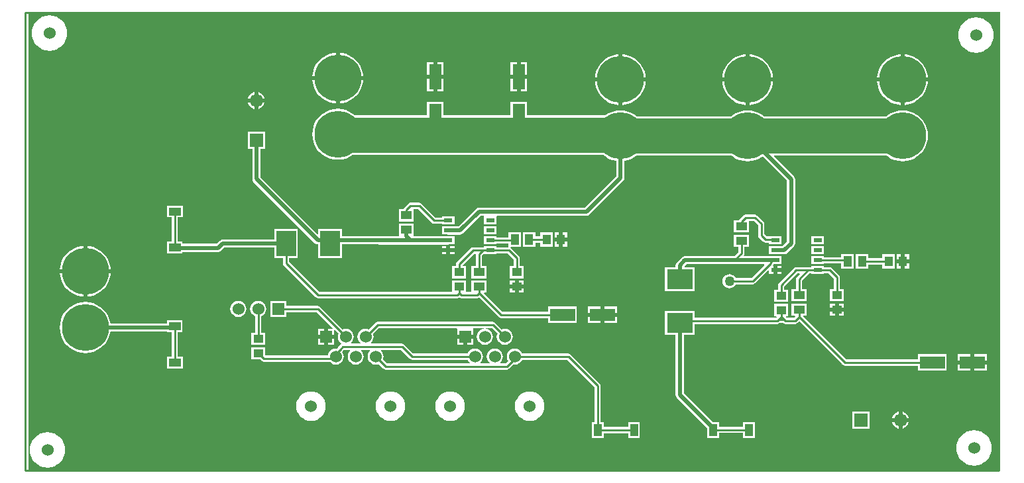
<source format=gtl>
G04*
G04 #@! TF.GenerationSoftware,Altium Limited,Altium Designer,19.1.8 (144)*
G04*
G04 Layer_Physical_Order=1*
G04 Layer_Color=255*
%FSLAX25Y25*%
%MOIN*%
G70*
G01*
G75*
%ADD10C,0.01000*%
%ADD14R,0.12598X0.06299*%
%ADD15R,0.06299X0.12598*%
%ADD16R,0.04331X0.01968*%
%ADD17R,0.05118X0.04134*%
%ADD18R,0.09843X0.12795*%
%ADD19R,0.12795X0.09843*%
%ADD20R,0.05512X0.04134*%
%ADD21R,0.04134X0.05118*%
%ADD22R,0.04134X0.05512*%
%ADD41C,0.02000*%
%ADD42C,0.01968*%
%ADD43C,0.17717*%
%ADD44R,0.03937X0.05906*%
%ADD45R,0.05906X0.03937*%
%ADD46C,0.23622*%
%ADD47C,0.06000*%
%ADD48R,0.06000X0.06000*%
%ADD49C,0.06693*%
%ADD50R,0.06693X0.06693*%
%ADD51R,0.06693X0.06693*%
%ADD52C,0.05000*%
G36*
X491000Y1000D02*
X2500D01*
Y231500D01*
X491000D01*
Y1000D01*
D02*
G37*
%LPC*%
G36*
X13000Y229917D02*
X11260Y229746D01*
X9588Y229238D01*
X8046Y228414D01*
X6695Y227305D01*
X5586Y225954D01*
X4762Y224412D01*
X4254Y222740D01*
X4083Y221000D01*
X4254Y219260D01*
X4762Y217588D01*
X5586Y216046D01*
X6695Y214695D01*
X8046Y213586D01*
X9588Y212762D01*
X11260Y212254D01*
X13000Y212083D01*
X14740Y212254D01*
X16412Y212762D01*
X17954Y213586D01*
X19305Y214695D01*
X20414Y216046D01*
X21238Y217588D01*
X21746Y219260D01*
X21917Y221000D01*
X21746Y222740D01*
X21238Y224412D01*
X20414Y225954D01*
X19305Y227305D01*
X17954Y228414D01*
X16412Y229238D01*
X14740Y229746D01*
X13000Y229917D01*
D02*
G37*
G36*
X479000Y228917D02*
X477260Y228746D01*
X475588Y228238D01*
X474046Y227414D01*
X472695Y226305D01*
X471586Y224954D01*
X470762Y223412D01*
X470254Y221740D01*
X470083Y220000D01*
X470254Y218260D01*
X470762Y216588D01*
X471586Y215046D01*
X472695Y213695D01*
X474046Y212586D01*
X475588Y211762D01*
X477260Y211254D01*
X479000Y211083D01*
X480740Y211254D01*
X482412Y211762D01*
X483954Y212586D01*
X485305Y213695D01*
X486414Y215046D01*
X487238Y216588D01*
X487746Y218260D01*
X487917Y220000D01*
X487746Y221740D01*
X487238Y223412D01*
X486414Y224954D01*
X485305Y226305D01*
X483954Y227414D01*
X482412Y228238D01*
X480740Y228746D01*
X479000Y228917D01*
D02*
G37*
G36*
X253150Y206378D02*
X250000D01*
Y200079D01*
X253150D01*
Y206378D01*
D02*
G37*
G36*
X248000D02*
X244850D01*
Y200079D01*
X248000D01*
Y206378D01*
D02*
G37*
G36*
X211150Y206299D02*
X208000D01*
Y200000D01*
X211150D01*
Y206299D01*
D02*
G37*
G36*
X206000D02*
X202850D01*
Y200000D01*
X206000D01*
Y206299D01*
D02*
G37*
G36*
X159000Y211118D02*
Y199346D01*
X170772D01*
X170692Y200357D01*
X170222Y202318D01*
X169450Y204181D01*
X168396Y205900D01*
X167087Y207433D01*
X165553Y208743D01*
X163834Y209797D01*
X161971Y210568D01*
X160010Y211039D01*
X159000Y211118D01*
D02*
G37*
G36*
X157000D02*
X155990Y211039D01*
X154029Y210568D01*
X152166Y209797D01*
X150447Y208743D01*
X148913Y207433D01*
X147604Y205900D01*
X146550Y204181D01*
X145778Y202318D01*
X145308Y200357D01*
X145228Y199346D01*
X157000D01*
Y211118D01*
D02*
G37*
G36*
X365112Y210347D02*
Y198575D01*
X376884D01*
X376805Y199585D01*
X376334Y201546D01*
X375562Y203409D01*
X374509Y205128D01*
X373199Y206661D01*
X371666Y207971D01*
X369946Y209025D01*
X368083Y209796D01*
X366123Y210267D01*
X365112Y210347D01*
D02*
G37*
G36*
X301112D02*
Y198575D01*
X312884D01*
X312805Y199585D01*
X312334Y201546D01*
X311562Y203409D01*
X310509Y205128D01*
X309199Y206661D01*
X307666Y207971D01*
X305946Y209025D01*
X304083Y209796D01*
X302123Y210267D01*
X301112Y210347D01*
D02*
G37*
G36*
X443000D02*
Y198575D01*
X454772D01*
X454692Y199585D01*
X454222Y201546D01*
X453450Y203409D01*
X452396Y205128D01*
X451087Y206661D01*
X449553Y207971D01*
X447834Y209025D01*
X445971Y209796D01*
X444010Y210267D01*
X443000Y210347D01*
D02*
G37*
G36*
X441000D02*
X439990Y210267D01*
X438029Y209796D01*
X436166Y209025D01*
X434447Y207971D01*
X432913Y206661D01*
X431604Y205128D01*
X430550Y203409D01*
X429778Y201546D01*
X429308Y199585D01*
X429228Y198575D01*
X441000D01*
Y210347D01*
D02*
G37*
G36*
X363112D02*
X362102Y210267D01*
X360141Y209796D01*
X358278Y209025D01*
X356559Y207971D01*
X355026Y206661D01*
X353716Y205128D01*
X352662Y203409D01*
X351891Y201546D01*
X351420Y199585D01*
X351341Y198575D01*
X363112D01*
Y210347D01*
D02*
G37*
G36*
X299112D02*
X298102Y210267D01*
X296141Y209796D01*
X294278Y209025D01*
X292559Y207971D01*
X291026Y206661D01*
X289716Y205128D01*
X288662Y203409D01*
X287891Y201546D01*
X287420Y199585D01*
X287340Y198575D01*
X299112D01*
Y210347D01*
D02*
G37*
G36*
X253150Y198079D02*
X250000D01*
Y191779D01*
X253150D01*
Y198079D01*
D02*
G37*
G36*
X248000D02*
X244850D01*
Y191779D01*
X248000D01*
Y198079D01*
D02*
G37*
G36*
X211150Y198000D02*
X208000D01*
Y191701D01*
X211150D01*
Y198000D01*
D02*
G37*
G36*
X206000D02*
X202850D01*
Y191701D01*
X206000D01*
Y198000D01*
D02*
G37*
G36*
X118000Y191252D02*
Y188000D01*
X121252D01*
X121235Y188135D01*
X120797Y189192D01*
X120100Y190100D01*
X119192Y190797D01*
X118135Y191235D01*
X118000Y191252D01*
D02*
G37*
G36*
X116000D02*
X115865Y191235D01*
X114808Y190797D01*
X113900Y190100D01*
X113203Y189192D01*
X112765Y188135D01*
X112748Y188000D01*
X116000D01*
Y191252D01*
D02*
G37*
G36*
X170772Y197346D02*
X159000D01*
Y185574D01*
X160010Y185654D01*
X161971Y186125D01*
X163834Y186897D01*
X165553Y187950D01*
X167087Y189260D01*
X168396Y190793D01*
X169450Y192512D01*
X170222Y194375D01*
X170692Y196336D01*
X170772Y197346D01*
D02*
G37*
G36*
X157000D02*
X145228D01*
X145308Y196336D01*
X145778Y194375D01*
X146550Y192512D01*
X147604Y190793D01*
X148913Y189260D01*
X150447Y187950D01*
X152166Y186897D01*
X154029Y186125D01*
X155990Y185654D01*
X157000Y185574D01*
Y197346D01*
D02*
G37*
G36*
X376884Y196575D02*
X365112D01*
Y184803D01*
X366123Y184882D01*
X368083Y185353D01*
X369946Y186125D01*
X371666Y187178D01*
X373199Y188488D01*
X374509Y190021D01*
X375562Y191741D01*
X376334Y193604D01*
X376805Y195564D01*
X376884Y196575D01*
D02*
G37*
G36*
X312884D02*
X301112D01*
Y184803D01*
X302123Y184882D01*
X304083Y185353D01*
X305946Y186125D01*
X307666Y187178D01*
X309199Y188488D01*
X310509Y190021D01*
X311562Y191741D01*
X312334Y193604D01*
X312805Y195564D01*
X312884Y196575D01*
D02*
G37*
G36*
X454772D02*
X443000D01*
Y184803D01*
X444010Y184882D01*
X445971Y185353D01*
X447834Y186125D01*
X449553Y187178D01*
X451087Y188488D01*
X452396Y190021D01*
X453450Y191741D01*
X454222Y193604D01*
X454692Y195564D01*
X454772Y196575D01*
D02*
G37*
G36*
X441000D02*
X429228D01*
X429308Y195564D01*
X429778Y193604D01*
X430550Y191741D01*
X431604Y190021D01*
X432913Y188488D01*
X434447Y187178D01*
X436166Y186125D01*
X438029Y185353D01*
X439990Y184882D01*
X441000Y184803D01*
Y196575D01*
D02*
G37*
G36*
X363112D02*
X351341D01*
X351420Y195564D01*
X351891Y193604D01*
X352662Y191741D01*
X353716Y190021D01*
X355026Y188488D01*
X356559Y187178D01*
X358278Y186125D01*
X360141Y185353D01*
X362102Y184882D01*
X363112Y184803D01*
Y196575D01*
D02*
G37*
G36*
X299112D02*
X287340D01*
X287420Y195564D01*
X287891Y193604D01*
X288662Y191741D01*
X289716Y190021D01*
X291026Y188488D01*
X292559Y187178D01*
X294278Y186125D01*
X296141Y185353D01*
X298102Y184882D01*
X299112Y184803D01*
Y196575D01*
D02*
G37*
G36*
X121252Y186000D02*
X118000D01*
Y182748D01*
X118135Y182765D01*
X119192Y183203D01*
X120100Y183900D01*
X120797Y184808D01*
X121235Y185865D01*
X121252Y186000D01*
D02*
G37*
G36*
X116000D02*
X112748D01*
X112765Y185865D01*
X113203Y184808D01*
X113900Y183900D01*
X114808Y183203D01*
X115865Y182765D01*
X116000Y182748D01*
Y186000D01*
D02*
G37*
G36*
X253150Y186299D02*
X244850D01*
Y179520D01*
X211150D01*
Y186221D01*
X202850D01*
Y179520D01*
X166579D01*
X165553Y180396D01*
X163834Y181450D01*
X161971Y182222D01*
X160010Y182692D01*
X158000Y182851D01*
X155990Y182692D01*
X154029Y182222D01*
X152166Y181450D01*
X150447Y180396D01*
X148913Y179087D01*
X147604Y177553D01*
X146550Y175834D01*
X145778Y173971D01*
X145308Y172010D01*
X145149Y170000D01*
X145308Y167990D01*
X145778Y166029D01*
X146550Y164166D01*
X147604Y162447D01*
X148913Y160913D01*
X150447Y159604D01*
X152166Y158550D01*
X154029Y157778D01*
X155990Y157308D01*
X158000Y157149D01*
X160010Y157308D01*
X161971Y157778D01*
X163834Y158550D01*
X165553Y159604D01*
X165676Y159708D01*
X291533D01*
X292559Y158832D01*
X294278Y157778D01*
X296141Y157007D01*
X298089Y156539D01*
Y148950D01*
X282178Y133039D01*
X229000D01*
X228220Y132884D01*
X227558Y132442D01*
X218655Y123539D01*
X213500D01*
X213224Y123484D01*
X210335D01*
Y119516D01*
X213224D01*
X213500Y119461D01*
X219500D01*
X220280Y119616D01*
X220942Y120058D01*
X229845Y128961D01*
X231538D01*
X231594Y128484D01*
X231594Y128461D01*
Y124516D01*
X237925D01*
Y128461D01*
X237925Y128484D01*
X237982Y128961D01*
X283000D01*
X283780Y129116D01*
X284442Y129558D01*
X284488Y129627D01*
X301543Y146682D01*
X301981Y147338D01*
X302135Y148112D01*
Y156539D01*
X304083Y157007D01*
X305946Y157778D01*
X307666Y158832D01*
X308240Y159322D01*
X355985D01*
X356559Y158832D01*
X358278Y157778D01*
X360141Y157007D01*
X362102Y156536D01*
X364112Y156377D01*
X366123Y156536D01*
X368083Y157007D01*
X369946Y157778D01*
X371640Y158816D01*
X383961Y146496D01*
Y115845D01*
X381683Y113567D01*
X378102D01*
X377826Y113512D01*
X374937D01*
Y109543D01*
X377826D01*
X378102Y109488D01*
X382528D01*
X383308Y109644D01*
X383969Y110086D01*
X387442Y113558D01*
X387884Y114220D01*
X388039Y115000D01*
Y147341D01*
X387884Y148121D01*
X387442Y148782D01*
X377364Y158860D01*
X377555Y159322D01*
X433872D01*
X434447Y158832D01*
X436166Y157778D01*
X438029Y157007D01*
X439990Y156536D01*
X442000Y156377D01*
X444010Y156536D01*
X445971Y157007D01*
X447834Y157778D01*
X449553Y158832D01*
X451087Y160141D01*
X452396Y161675D01*
X453450Y163394D01*
X454222Y165257D01*
X454692Y167218D01*
X454851Y169228D01*
X454692Y171238D01*
X454222Y173199D01*
X453450Y175062D01*
X452396Y176781D01*
X451087Y178315D01*
X449553Y179624D01*
X447834Y180678D01*
X445971Y181450D01*
X444010Y181921D01*
X442000Y182079D01*
X439990Y181921D01*
X438029Y181450D01*
X436166Y180678D01*
X434447Y179624D01*
X433872Y179134D01*
X372240D01*
X371666Y179624D01*
X369946Y180678D01*
X368083Y181450D01*
X366123Y181921D01*
X364112Y182079D01*
X362102Y181921D01*
X360141Y181450D01*
X358278Y180678D01*
X356559Y179624D01*
X355985Y179134D01*
X308240D01*
X307666Y179624D01*
X305946Y180678D01*
X304083Y181450D01*
X302123Y181921D01*
X300112Y182079D01*
X298102Y181921D01*
X296141Y181450D01*
X294278Y180678D01*
X292559Y179624D01*
X292437Y179520D01*
X253150D01*
Y186299D01*
D02*
G37*
G36*
X199000Y135529D02*
X194500D01*
X193915Y135413D01*
X193419Y135081D01*
X191419Y133081D01*
X191087Y132585D01*
X191012Y132209D01*
X188744D01*
Y126075D01*
X196256D01*
Y132209D01*
X196647Y132471D01*
X198366D01*
X205419Y125419D01*
X205915Y125087D01*
X206500Y124971D01*
X210335D01*
Y124516D01*
X216665D01*
Y128484D01*
X210335D01*
Y128029D01*
X207134D01*
X200081Y135081D01*
X199585Y135413D01*
X199000Y135529D01*
D02*
G37*
G36*
X237925Y123484D02*
X231594D01*
Y119516D01*
X237925D01*
Y123484D01*
D02*
G37*
G36*
X250067Y120756D02*
X243933D01*
Y118029D01*
X237925D01*
Y118484D01*
X231594D01*
Y114516D01*
X237925D01*
Y114971D01*
X243933D01*
Y113529D01*
X243933Y113244D01*
X243522Y113029D01*
X237925D01*
Y113484D01*
X231594D01*
Y113029D01*
X226000D01*
X225415Y112913D01*
X224919Y112581D01*
X217919Y105581D01*
X217587Y105085D01*
X217471Y104500D01*
Y103567D01*
X215441D01*
Y97433D01*
X222559D01*
Y103567D01*
X220937D01*
X220730Y104067D01*
X226634Y109971D01*
X227170D01*
X227487Y109584D01*
X227471Y109500D01*
Y103567D01*
X225244D01*
Y97433D01*
X232756D01*
Y103567D01*
X230529D01*
Y108867D01*
X231300Y109638D01*
X231594Y109516D01*
Y109516D01*
X237925D01*
Y109971D01*
X243367D01*
X246471Y106867D01*
Y103567D01*
X244441D01*
Y97433D01*
X251559D01*
Y103567D01*
X249529D01*
Y107500D01*
X249413Y108085D01*
X249081Y108581D01*
X245081Y112581D01*
X244838Y112744D01*
X244990Y113244D01*
X250067D01*
Y120756D01*
D02*
G37*
G36*
X273350Y120559D02*
X271283D01*
Y118000D01*
X273350D01*
Y120559D01*
D02*
G37*
G36*
X269283D02*
X267216D01*
Y118000D01*
X269283D01*
Y120559D01*
D02*
G37*
G36*
X402528Y118512D02*
X396197D01*
Y114543D01*
X402528D01*
Y118512D01*
D02*
G37*
G36*
X367837Y129529D02*
X363000D01*
X362415Y129413D01*
X361919Y129081D01*
X359919Y127081D01*
X359669Y126709D01*
X357244D01*
Y120575D01*
X364756D01*
Y126471D01*
X367204D01*
X369471Y124204D01*
Y119000D01*
X369587Y118415D01*
X369919Y117919D01*
X371919Y115919D01*
X372415Y115587D01*
X373000Y115471D01*
X374937D01*
Y114543D01*
X381268D01*
Y118512D01*
X377766D01*
X377618Y118541D01*
X377559Y118529D01*
X373634D01*
X372529Y119633D01*
Y124837D01*
X372413Y125422D01*
X372081Y125919D01*
X368919Y129081D01*
X368422Y129413D01*
X367837Y129529D01*
D02*
G37*
G36*
X121346Y171346D02*
X112654D01*
Y162654D01*
X114977D01*
Y147551D01*
X115131Y146777D01*
X115569Y146121D01*
X146621Y115069D01*
X147277Y114631D01*
X148051Y114477D01*
X148126D01*
Y107602D01*
X159968D01*
Y114477D01*
X178419D01*
X178500Y114461D01*
X213500D01*
X213776Y114516D01*
X216665D01*
Y118484D01*
X213776D01*
X213500Y118539D01*
X196651D01*
X196256Y118791D01*
Y124925D01*
X188744D01*
Y118791D01*
X188348Y118539D01*
X178500D01*
X178419Y118523D01*
X159968D01*
Y122398D01*
X148126D01*
Y119940D01*
X147664Y119748D01*
X119023Y148389D01*
Y162654D01*
X121346D01*
Y171346D01*
D02*
G37*
G36*
X273350Y116000D02*
X271283D01*
Y113441D01*
X273350D01*
Y116000D01*
D02*
G37*
G36*
X269283D02*
X267216D01*
Y113441D01*
X269283D01*
Y116000D01*
D02*
G37*
G36*
X257350Y120756D02*
X251217D01*
Y113244D01*
X257350D01*
Y115471D01*
X259933D01*
Y113441D01*
X266067D01*
Y120559D01*
X259933D01*
Y118529D01*
X257350D01*
Y120756D01*
D02*
G37*
G36*
X216665Y113484D02*
X214500D01*
Y112500D01*
X216665D01*
Y113484D01*
D02*
G37*
G36*
X212500D02*
X210335D01*
Y112500D01*
X212500D01*
Y113484D01*
D02*
G37*
G36*
X402528Y113512D02*
X396197D01*
Y109543D01*
X402528D01*
Y113512D01*
D02*
G37*
G36*
X216665Y110500D02*
X214500D01*
Y109516D01*
X216665D01*
Y110500D01*
D02*
G37*
G36*
X212500D02*
X210335D01*
Y109516D01*
X212500D01*
Y110500D01*
D02*
G37*
G36*
X364756Y119425D02*
X357244D01*
Y113291D01*
X359471D01*
Y110634D01*
X357388Y108551D01*
X344553D01*
X344472Y108567D01*
X332528D01*
X331747Y108412D01*
X331086Y107969D01*
X328558Y105442D01*
X328116Y104780D01*
X327961Y104000D01*
Y102921D01*
X322602D01*
Y91079D01*
X337398D01*
Y102921D01*
X332512D01*
X332305Y103421D01*
X333372Y104488D01*
X344472D01*
X344553Y104504D01*
X357447D01*
X357528Y104488D01*
X372375D01*
X372566Y104026D01*
X366069Y97529D01*
X358155D01*
X358057Y97765D01*
X357496Y98496D01*
X356765Y99057D01*
X355914Y99410D01*
X355000Y99530D01*
X354086Y99410D01*
X353235Y99057D01*
X352504Y98496D01*
X351943Y97765D01*
X351590Y96914D01*
X351470Y96000D01*
X351590Y95086D01*
X351943Y94235D01*
X352504Y93504D01*
X353235Y92943D01*
X354086Y92590D01*
X355000Y92470D01*
X355914Y92590D01*
X356765Y92943D01*
X357496Y93504D01*
X358057Y94235D01*
X358155Y94471D01*
X366702D01*
X367288Y94587D01*
X367784Y94919D01*
X374475Y101610D01*
X374937Y101418D01*
Y99543D01*
X377102D01*
Y101528D01*
Y103512D01*
X377014D01*
X376942Y103684D01*
X376861Y104012D01*
X377159Y104458D01*
X377175Y104539D01*
X377197Y104543D01*
X381268D01*
Y108512D01*
X377197D01*
X376921Y108567D01*
X362386D01*
X362180Y109067D01*
X362413Y109415D01*
X362529Y110000D01*
Y113291D01*
X364756D01*
Y119425D01*
D02*
G37*
G36*
X417425Y109756D02*
X411291D01*
Y108057D01*
X402528D01*
Y108512D01*
X396197D01*
Y104543D01*
X402528D01*
Y104998D01*
X411291D01*
Y102244D01*
X417425D01*
Y109756D01*
D02*
G37*
G36*
X445350Y109559D02*
X443283D01*
Y107000D01*
X445350D01*
Y109559D01*
D02*
G37*
G36*
X441283D02*
X439217D01*
Y107000D01*
X441283D01*
Y109559D01*
D02*
G37*
G36*
X381268Y103512D02*
X379102D01*
Y102528D01*
X381268D01*
Y103512D01*
D02*
G37*
G36*
X445350Y105000D02*
X443283D01*
Y102441D01*
X445350D01*
Y105000D01*
D02*
G37*
G36*
X441283D02*
X439217D01*
Y102441D01*
X441283D01*
Y105000D01*
D02*
G37*
G36*
X424709Y109756D02*
X418575D01*
Y102244D01*
X424709D01*
Y104471D01*
X431933D01*
Y102441D01*
X438067D01*
Y109559D01*
X431933D01*
Y107529D01*
X424709D01*
Y109756D01*
D02*
G37*
G36*
X32000Y113772D02*
Y102000D01*
X43772D01*
X43692Y103010D01*
X43222Y104971D01*
X42450Y106834D01*
X41396Y108553D01*
X40087Y110087D01*
X38553Y111396D01*
X36834Y112450D01*
X34971Y113222D01*
X33010Y113692D01*
X32000Y113772D01*
D02*
G37*
G36*
X30000D02*
X28990Y113692D01*
X27029Y113222D01*
X25166Y112450D01*
X23447Y111396D01*
X21913Y110087D01*
X20604Y108553D01*
X19550Y106834D01*
X18778Y104971D01*
X18308Y103010D01*
X18228Y102000D01*
X30000D01*
Y113772D01*
D02*
G37*
G36*
X381268Y100528D02*
X379102D01*
Y99543D01*
X381268D01*
Y100528D01*
D02*
G37*
G36*
X251559Y96284D02*
X249000D01*
Y94217D01*
X251559D01*
Y96284D01*
D02*
G37*
G36*
X247000D02*
X244441D01*
Y94217D01*
X247000D01*
Y96284D01*
D02*
G37*
G36*
X251559Y92216D02*
X249000D01*
Y90150D01*
X251559D01*
Y92216D01*
D02*
G37*
G36*
X247000D02*
X244441D01*
Y90150D01*
X247000D01*
Y92216D01*
D02*
G37*
G36*
X43772Y100000D02*
X32000D01*
Y88228D01*
X33010Y88308D01*
X34971Y88778D01*
X36834Y89550D01*
X38553Y90604D01*
X40087Y91913D01*
X41396Y93447D01*
X42450Y95166D01*
X43222Y97029D01*
X43692Y98990D01*
X43772Y100000D01*
D02*
G37*
G36*
X30000D02*
X18228D01*
X18308Y98990D01*
X18778Y97029D01*
X19550Y95166D01*
X20604Y93447D01*
X21913Y91913D01*
X23447Y90604D01*
X25166Y89550D01*
X27029Y88778D01*
X28990Y88308D01*
X30000Y88228D01*
Y100000D01*
D02*
G37*
G36*
X402528Y103512D02*
X396197D01*
Y103057D01*
X388528D01*
X387942Y102940D01*
X387446Y102609D01*
X379919Y95081D01*
X379587Y94585D01*
X379471Y94000D01*
Y91783D01*
X377441D01*
Y85650D01*
X384559D01*
Y91783D01*
X382529D01*
Y93366D01*
X389161Y99998D01*
X390182D01*
X390373Y99536D01*
X388919Y98081D01*
X388587Y97585D01*
X388471Y97000D01*
Y92067D01*
X386244D01*
Y85933D01*
X393756D01*
Y92067D01*
X391529D01*
Y96367D01*
X395161Y99998D01*
X396197D01*
Y99543D01*
X402528D01*
Y99998D01*
X404839D01*
X407471Y97366D01*
Y92067D01*
X405441D01*
Y85933D01*
X412559D01*
Y92067D01*
X410529D01*
Y98000D01*
X410413Y98585D01*
X410081Y99081D01*
X406554Y102609D01*
X406058Y102940D01*
X405472Y103057D01*
X402528D01*
Y103512D01*
D02*
G37*
G36*
X412559Y84784D02*
X410000D01*
Y82717D01*
X412559D01*
Y84784D01*
D02*
G37*
G36*
X408000D02*
X405441D01*
Y82717D01*
X408000D01*
Y84784D01*
D02*
G37*
G36*
X298378Y83150D02*
X292079D01*
Y80000D01*
X298378D01*
Y83150D01*
D02*
G37*
G36*
X290079D02*
X283780D01*
Y80000D01*
X290079D01*
Y83150D01*
D02*
G37*
G36*
X412559Y80717D02*
X410000D01*
Y78650D01*
X412559D01*
Y80717D01*
D02*
G37*
G36*
X408000D02*
X405441D01*
Y78650D01*
X408000D01*
Y80717D01*
D02*
G37*
G36*
X108000Y86035D02*
X106956Y85897D01*
X105983Y85494D01*
X105147Y84853D01*
X104506Y84017D01*
X104103Y83044D01*
X103965Y82000D01*
X104103Y80956D01*
X104506Y79983D01*
X105147Y79147D01*
X105983Y78506D01*
X106956Y78103D01*
X108000Y77965D01*
X109044Y78103D01*
X110017Y78506D01*
X110853Y79147D01*
X111494Y79983D01*
X111897Y80956D01*
X112034Y82000D01*
X111897Y83044D01*
X111494Y84017D01*
X110853Y84853D01*
X110017Y85494D01*
X109044Y85897D01*
X108000Y86035D01*
D02*
G37*
G36*
X393756Y84784D02*
X386244D01*
Y78650D01*
X387780D01*
X387987Y78150D01*
X387367Y77529D01*
X383633D01*
X383259Y77904D01*
X383450Y78366D01*
X384559D01*
Y84500D01*
X377441D01*
Y78366D01*
X378550D01*
X378741Y77904D01*
X378366Y77529D01*
X337398D01*
Y80874D01*
X322602D01*
Y69032D01*
X327961D01*
Y38760D01*
X328116Y37980D01*
X328558Y37318D01*
X343787Y22089D01*
Y17067D01*
X349724D01*
Y19490D01*
X361898D01*
Y17047D01*
X367835D01*
Y24953D01*
X361898D01*
Y22549D01*
X349724D01*
Y24972D01*
X346671D01*
X332039Y39604D01*
Y69032D01*
X337398D01*
Y74471D01*
X379000D01*
X379585Y74587D01*
X380081Y74919D01*
X380143Y74980D01*
X381857D01*
X381919Y74919D01*
X382415Y74587D01*
X383000Y74471D01*
X388000D01*
X388585Y74587D01*
X389081Y74919D01*
X390000Y75837D01*
X411919Y53919D01*
X412415Y53587D01*
X413000Y53471D01*
X449701D01*
Y50850D01*
X464299D01*
Y59150D01*
X449701D01*
Y56529D01*
X413633D01*
X392013Y78150D01*
X392220Y78650D01*
X393756D01*
Y84784D01*
D02*
G37*
G36*
X298378Y78000D02*
X292079D01*
Y74850D01*
X298378D01*
Y78000D01*
D02*
G37*
G36*
X290079D02*
X283780D01*
Y74850D01*
X290079D01*
Y78000D01*
D02*
G37*
G36*
X79972Y134079D02*
X72067D01*
Y128142D01*
X74471D01*
Y115969D01*
X72047D01*
Y110031D01*
X79953D01*
Y110754D01*
X97900D01*
X98680Y110909D01*
X99341Y111351D01*
X100951Y112961D01*
X126079D01*
Y107602D01*
X130471D01*
Y105000D01*
X130587Y104415D01*
X130919Y103919D01*
X146919Y87919D01*
X147415Y87587D01*
X148000Y87471D01*
X218000D01*
X218585Y87587D01*
X219000Y87864D01*
X219415Y87587D01*
X220000Y87471D01*
X228000D01*
X228585Y87587D01*
X228984Y87853D01*
X238919Y77919D01*
X239415Y77587D01*
X240000Y77471D01*
X263701D01*
Y74850D01*
X278299D01*
Y83150D01*
X263701D01*
Y80529D01*
X240634D01*
X231475Y89688D01*
X231667Y90150D01*
X232756D01*
Y96284D01*
X229940D01*
X229614Y96348D01*
X228925D01*
X228599Y96284D01*
X225244D01*
Y90529D01*
X222559D01*
Y96284D01*
X215441D01*
Y90529D01*
X148634D01*
X133529Y105633D01*
Y107602D01*
X137921D01*
Y122398D01*
X126079D01*
Y117039D01*
X100106D01*
X99326Y116884D01*
X98664Y116442D01*
X97055Y114832D01*
X79953D01*
Y115969D01*
X77529D01*
Y128142D01*
X79972D01*
Y134079D01*
D02*
G37*
G36*
X151000Y72000D02*
X148000D01*
Y69000D01*
X151000D01*
Y72000D01*
D02*
G37*
G36*
X226000Y67000D02*
X223000D01*
Y64000D01*
X226000D01*
Y67000D01*
D02*
G37*
G36*
X221000D02*
X218000D01*
Y64000D01*
X221000D01*
Y67000D01*
D02*
G37*
G36*
X156000D02*
X153000D01*
Y64000D01*
X156000D01*
Y67000D01*
D02*
G37*
G36*
X151000D02*
X148000D01*
Y64000D01*
X151000D01*
Y67000D01*
D02*
G37*
G36*
X132000Y86000D02*
X124000D01*
Y78000D01*
X132000D01*
Y80471D01*
X147366D01*
X155375Y72462D01*
X155184Y72000D01*
X153000D01*
Y69000D01*
X156000D01*
Y71184D01*
X156462Y71375D01*
X158305Y69532D01*
X158103Y69044D01*
X157966Y68000D01*
X158103Y66956D01*
X158506Y65983D01*
X159147Y65147D01*
X159637Y64771D01*
X159617Y64157D01*
X159504Y64081D01*
X158290Y62867D01*
X158166Y62682D01*
X157458Y61974D01*
X157000Y62034D01*
X155956Y61897D01*
X154983Y61494D01*
X154147Y60853D01*
X153506Y60017D01*
X153103Y59044D01*
X153035Y58529D01*
X121559D01*
Y62783D01*
X114441D01*
Y56650D01*
X118904D01*
X119635Y55919D01*
X120131Y55587D01*
X120717Y55471D01*
X153899D01*
X154147Y55147D01*
X154983Y54506D01*
X155956Y54103D01*
X157000Y53966D01*
X158044Y54103D01*
X159017Y54506D01*
X159853Y55147D01*
X160494Y55983D01*
X160897Y56956D01*
X161035Y58000D01*
X160897Y59044D01*
X160494Y60017D01*
X160205Y60395D01*
X160452Y60642D01*
X160576Y60827D01*
X161219Y61471D01*
X164174D01*
X164335Y60997D01*
X164147Y60853D01*
X163506Y60017D01*
X163103Y59044D01*
X162966Y58000D01*
X163103Y56956D01*
X163506Y55983D01*
X164147Y55147D01*
X164983Y54506D01*
X165956Y54103D01*
X167000Y53966D01*
X168044Y54103D01*
X169017Y54506D01*
X169853Y55147D01*
X170494Y55983D01*
X170897Y56956D01*
X171035Y58000D01*
X170897Y59044D01*
X170494Y60017D01*
X169853Y60853D01*
X169665Y60997D01*
X169825Y61471D01*
X174174D01*
X174335Y60997D01*
X174147Y60853D01*
X173506Y60017D01*
X173103Y59044D01*
X172966Y58000D01*
X173103Y56956D01*
X173506Y55983D01*
X174147Y55147D01*
X174983Y54506D01*
X175956Y54103D01*
X177000Y53966D01*
X178044Y54103D01*
X178532Y54305D01*
X180919Y51919D01*
X181415Y51587D01*
X182000Y51471D01*
X243000D01*
X243585Y51587D01*
X244081Y51919D01*
X246230Y54067D01*
X247000Y53966D01*
X248044Y54103D01*
X249017Y54506D01*
X249853Y55147D01*
X250494Y55983D01*
X250696Y56471D01*
X273366D01*
X287156Y42682D01*
Y24953D01*
X285717D01*
Y17047D01*
X291653D01*
Y19471D01*
X304024D01*
Y17067D01*
X309961D01*
Y24972D01*
X304024D01*
Y22529D01*
X291653D01*
Y24953D01*
X290214D01*
Y43315D01*
X290098Y43900D01*
X289767Y44396D01*
X275081Y59081D01*
X274585Y59413D01*
X274000Y59529D01*
X250696D01*
X250494Y60017D01*
X249853Y60853D01*
X249017Y61494D01*
X248044Y61897D01*
X247000Y62034D01*
X245956Y61897D01*
X244983Y61494D01*
X244147Y60853D01*
X243506Y60017D01*
X243103Y59044D01*
X242966Y58000D01*
X243103Y56956D01*
X243506Y55983D01*
X243642Y55805D01*
X242367Y54529D01*
X239826D01*
X239665Y55003D01*
X239853Y55147D01*
X240494Y55983D01*
X240897Y56956D01*
X241035Y58000D01*
X240897Y59044D01*
X240494Y60017D01*
X239853Y60853D01*
X239017Y61494D01*
X238044Y61897D01*
X237000Y62034D01*
X235956Y61897D01*
X234983Y61494D01*
X234147Y60853D01*
X233506Y60017D01*
X233103Y59044D01*
X232965Y58000D01*
X233103Y56956D01*
X233506Y55983D01*
X234147Y55147D01*
X234335Y55003D01*
X234174Y54529D01*
X229825D01*
X229665Y55003D01*
X229853Y55147D01*
X230494Y55983D01*
X230897Y56956D01*
X231034Y58000D01*
X230897Y59044D01*
X230494Y60017D01*
X229853Y60853D01*
X229017Y61494D01*
X228044Y61897D01*
X227000Y62034D01*
X225956Y61897D01*
X224983Y61494D01*
X224147Y60853D01*
X223506Y60017D01*
X223304Y59529D01*
X195957D01*
X191405Y64081D01*
X190909Y64413D01*
X190323Y64529D01*
X174826D01*
X174665Y65003D01*
X174853Y65147D01*
X175494Y65983D01*
X175897Y66956D01*
X176034Y68000D01*
X175897Y69044D01*
X175695Y69532D01*
X178633Y72471D01*
X217929D01*
X218000Y72000D01*
X218000Y71971D01*
Y69000D01*
X226000D01*
Y71971D01*
X226000Y72000D01*
X226071Y72471D01*
X231482D01*
X231515Y71971D01*
X230956Y71897D01*
X229983Y71494D01*
X229147Y70853D01*
X228506Y70017D01*
X228103Y69044D01*
X227965Y68000D01*
X228103Y66956D01*
X228506Y65983D01*
X229147Y65147D01*
X229983Y64506D01*
X230956Y64103D01*
X232000Y63965D01*
X233044Y64103D01*
X234017Y64506D01*
X234853Y65147D01*
X235494Y65983D01*
X235897Y66956D01*
X236034Y68000D01*
X235897Y69044D01*
X235494Y70017D01*
X234853Y70853D01*
X234017Y71494D01*
X233044Y71897D01*
X232486Y71971D01*
X232518Y72471D01*
X235367D01*
X238305Y69532D01*
X238103Y69044D01*
X237965Y68000D01*
X238103Y66956D01*
X238506Y65983D01*
X239147Y65147D01*
X239983Y64506D01*
X240956Y64103D01*
X242000Y63965D01*
X243044Y64103D01*
X244017Y64506D01*
X244853Y65147D01*
X245494Y65983D01*
X245897Y66956D01*
X246035Y68000D01*
X245897Y69044D01*
X245494Y70017D01*
X244853Y70853D01*
X244017Y71494D01*
X243044Y71897D01*
X242000Y72035D01*
X240956Y71897D01*
X240468Y71695D01*
X237081Y75081D01*
X236585Y75413D01*
X236000Y75529D01*
X178000D01*
X177415Y75413D01*
X176919Y75081D01*
X173532Y71695D01*
X173044Y71897D01*
X172000Y72035D01*
X170956Y71897D01*
X169983Y71494D01*
X169147Y70853D01*
X168506Y70017D01*
X168103Y69044D01*
X167965Y68000D01*
X168103Y66956D01*
X168506Y65983D01*
X169147Y65147D01*
X169335Y65003D01*
X169175Y64529D01*
X164825D01*
X164665Y65003D01*
X164853Y65147D01*
X165494Y65983D01*
X165897Y66956D01*
X166034Y68000D01*
X165897Y69044D01*
X165494Y70017D01*
X164853Y70853D01*
X164017Y71494D01*
X163044Y71897D01*
X162000Y72035D01*
X160956Y71897D01*
X160468Y71695D01*
X149081Y83081D01*
X148585Y83413D01*
X148000Y83529D01*
X132000D01*
Y86000D01*
D02*
G37*
G36*
X118000Y86035D02*
X116956Y85897D01*
X115983Y85494D01*
X115147Y84853D01*
X114506Y84017D01*
X114103Y83044D01*
X113965Y82000D01*
X114103Y80956D01*
X114506Y79983D01*
X115147Y79147D01*
X115983Y78506D01*
X116471Y78304D01*
Y70067D01*
X114441D01*
Y63933D01*
X121559D01*
Y70067D01*
X119529D01*
Y78304D01*
X120017Y78506D01*
X120853Y79147D01*
X121494Y79983D01*
X121897Y80956D01*
X122035Y82000D01*
X121897Y83044D01*
X121494Y84017D01*
X120853Y84853D01*
X120017Y85494D01*
X119044Y85897D01*
X118000Y86035D01*
D02*
G37*
G36*
X484378Y59150D02*
X478079D01*
Y56000D01*
X484378D01*
Y59150D01*
D02*
G37*
G36*
X476079D02*
X469779D01*
Y56000D01*
X476079D01*
Y59150D01*
D02*
G37*
G36*
X31000Y85504D02*
X28990Y85346D01*
X27029Y84875D01*
X25166Y84104D01*
X23447Y83050D01*
X21913Y81740D01*
X20604Y80207D01*
X19550Y78488D01*
X18778Y76625D01*
X18308Y74664D01*
X18149Y72654D01*
X18308Y70643D01*
X18778Y68682D01*
X19550Y66820D01*
X20604Y65100D01*
X21913Y63567D01*
X23447Y62257D01*
X25166Y61203D01*
X27029Y60432D01*
X28990Y59961D01*
X31000Y59803D01*
X33010Y59961D01*
X34971Y60432D01*
X36834Y61203D01*
X38553Y62257D01*
X40087Y63567D01*
X41396Y65100D01*
X42450Y66820D01*
X43222Y68682D01*
X43685Y70614D01*
X72047D01*
Y70268D01*
X74490D01*
Y57898D01*
X72067D01*
Y51961D01*
X79972D01*
Y57898D01*
X77549D01*
Y70268D01*
X79953D01*
Y76205D01*
X72047D01*
Y74693D01*
X43685D01*
X43222Y76625D01*
X42450Y78488D01*
X41396Y80207D01*
X40087Y81740D01*
X38553Y83050D01*
X36834Y84104D01*
X34971Y84875D01*
X33010Y85346D01*
X31000Y85504D01*
D02*
G37*
G36*
X484378Y54000D02*
X478079D01*
Y50850D01*
X484378D01*
Y54000D01*
D02*
G37*
G36*
X476079D02*
X469779D01*
Y50850D01*
X476079D01*
Y54000D01*
D02*
G37*
G36*
X442000Y30252D02*
Y27000D01*
X445252D01*
X445235Y27135D01*
X444797Y28192D01*
X444100Y29100D01*
X443192Y29797D01*
X442135Y30235D01*
X442000Y30252D01*
D02*
G37*
G36*
X440000D02*
X439865Y30235D01*
X438808Y29797D01*
X437900Y29100D01*
X437203Y28192D01*
X436765Y27135D01*
X436748Y27000D01*
X440000D01*
Y30252D01*
D02*
G37*
G36*
X254500Y40433D02*
X253050Y40291D01*
X251655Y39868D01*
X250370Y39181D01*
X249244Y38256D01*
X248319Y37130D01*
X247632Y35845D01*
X247209Y34450D01*
X247067Y33000D01*
X247209Y31550D01*
X247632Y30155D01*
X248319Y28870D01*
X249244Y27744D01*
X250370Y26819D01*
X251655Y26132D01*
X253050Y25709D01*
X254500Y25567D01*
X255950Y25709D01*
X257345Y26132D01*
X258630Y26819D01*
X259756Y27744D01*
X260681Y28870D01*
X261368Y30155D01*
X261791Y31550D01*
X261933Y33000D01*
X261791Y34450D01*
X261368Y35845D01*
X260681Y37130D01*
X259756Y38256D01*
X258630Y39181D01*
X257345Y39868D01*
X255950Y40291D01*
X254500Y40433D01*
D02*
G37*
G36*
X214500D02*
X213050Y40291D01*
X211655Y39868D01*
X210370Y39181D01*
X209244Y38256D01*
X208319Y37130D01*
X207632Y35845D01*
X207209Y34450D01*
X207067Y33000D01*
X207209Y31550D01*
X207632Y30155D01*
X208319Y28870D01*
X209244Y27744D01*
X210370Y26819D01*
X211655Y26132D01*
X213050Y25709D01*
X214500Y25567D01*
X215950Y25709D01*
X217345Y26132D01*
X218630Y26819D01*
X219756Y27744D01*
X220681Y28870D01*
X221368Y30155D01*
X221791Y31550D01*
X221933Y33000D01*
X221791Y34450D01*
X221368Y35845D01*
X220681Y37130D01*
X219756Y38256D01*
X218630Y39181D01*
X217345Y39868D01*
X215950Y40291D01*
X214500Y40433D01*
D02*
G37*
G36*
X184500D02*
X183050Y40291D01*
X181655Y39868D01*
X180370Y39181D01*
X179244Y38256D01*
X178319Y37130D01*
X177632Y35845D01*
X177209Y34450D01*
X177067Y33000D01*
X177209Y31550D01*
X177632Y30155D01*
X178319Y28870D01*
X179244Y27744D01*
X180370Y26819D01*
X181655Y26132D01*
X183050Y25709D01*
X184500Y25567D01*
X185950Y25709D01*
X187345Y26132D01*
X188630Y26819D01*
X189756Y27744D01*
X190681Y28870D01*
X191368Y30155D01*
X191791Y31550D01*
X191933Y33000D01*
X191791Y34450D01*
X191368Y35845D01*
X190681Y37130D01*
X189756Y38256D01*
X188630Y39181D01*
X187345Y39868D01*
X185950Y40291D01*
X184500Y40433D01*
D02*
G37*
G36*
X144500D02*
X143050Y40291D01*
X141655Y39868D01*
X140370Y39181D01*
X139244Y38256D01*
X138319Y37130D01*
X137632Y35845D01*
X137209Y34450D01*
X137067Y33000D01*
X137209Y31550D01*
X137632Y30155D01*
X138319Y28870D01*
X139244Y27744D01*
X140370Y26819D01*
X141655Y26132D01*
X143050Y25709D01*
X144500Y25567D01*
X145950Y25709D01*
X147345Y26132D01*
X148630Y26819D01*
X149756Y27744D01*
X150681Y28870D01*
X151368Y30155D01*
X151791Y31550D01*
X151933Y33000D01*
X151791Y34450D01*
X151368Y35845D01*
X150681Y37130D01*
X149756Y38256D01*
X148630Y39181D01*
X147345Y39868D01*
X145950Y40291D01*
X144500Y40433D01*
D02*
G37*
G36*
X445252Y25000D02*
X442000D01*
Y21748D01*
X442135Y21765D01*
X443192Y22203D01*
X444100Y22900D01*
X444797Y23808D01*
X445235Y24865D01*
X445252Y25000D01*
D02*
G37*
G36*
X440000D02*
X436748D01*
X436765Y24865D01*
X437203Y23808D01*
X437900Y22900D01*
X438808Y22203D01*
X439865Y21765D01*
X440000Y21748D01*
Y25000D01*
D02*
G37*
G36*
X425347Y30346D02*
X416653D01*
Y21654D01*
X425347D01*
Y30346D01*
D02*
G37*
G36*
X478000Y20917D02*
X476260Y20746D01*
X474588Y20238D01*
X473046Y19414D01*
X471695Y18305D01*
X470586Y16954D01*
X469762Y15412D01*
X469254Y13740D01*
X469083Y12000D01*
X469254Y10260D01*
X469762Y8588D01*
X470586Y7046D01*
X471695Y5695D01*
X473046Y4586D01*
X474588Y3762D01*
X476260Y3254D01*
X478000Y3083D01*
X479740Y3254D01*
X481412Y3762D01*
X482954Y4586D01*
X484305Y5695D01*
X485414Y7046D01*
X486238Y8588D01*
X486746Y10260D01*
X486917Y12000D01*
X486746Y13740D01*
X486238Y15412D01*
X485414Y16954D01*
X484305Y18305D01*
X482954Y19414D01*
X481412Y20238D01*
X479740Y20746D01*
X478000Y20917D01*
D02*
G37*
G36*
X12000Y19917D02*
X10260Y19746D01*
X8588Y19238D01*
X7046Y18414D01*
X5695Y17305D01*
X4586Y15954D01*
X3762Y14412D01*
X3254Y12740D01*
X3083Y11000D01*
X3254Y9260D01*
X3762Y7588D01*
X4586Y6046D01*
X5695Y4695D01*
X7046Y3586D01*
X8588Y2762D01*
X10260Y2254D01*
X12000Y2083D01*
X13740Y2254D01*
X15412Y2762D01*
X16954Y3586D01*
X18305Y4695D01*
X19414Y6046D01*
X20238Y7588D01*
X20746Y9260D01*
X20917Y11000D01*
X20746Y12740D01*
X20238Y14412D01*
X19414Y15954D01*
X18305Y17305D01*
X16954Y18414D01*
X15412Y19238D01*
X13740Y19746D01*
X12000Y19917D01*
D02*
G37*
%LPD*%
G36*
X383000Y76000D02*
X379000D01*
X381000Y78000D01*
X383000Y76000D01*
D02*
G37*
G36*
X194242Y56919D02*
X194738Y56587D01*
X195324Y56471D01*
X223304D01*
X223506Y55983D01*
X224147Y55147D01*
X224335Y55003D01*
X224174Y54529D01*
X182633D01*
X180695Y56468D01*
X180897Y56956D01*
X181035Y58000D01*
X180897Y59044D01*
X180494Y60017D01*
X179853Y60853D01*
X179665Y60997D01*
X179825Y61471D01*
X189690D01*
X194242Y56919D01*
D02*
G37*
D10*
X128000Y82000D02*
X148000D01*
X118000Y67000D02*
Y82000D01*
X156000Y57000D02*
X157000Y58000D01*
X120717Y57000D02*
X156000D01*
X118000Y59716D02*
X120717Y57000D01*
X248000Y58000D02*
X274000D01*
X243000Y53000D02*
X248000Y58000D01*
X247000D02*
X248000D01*
X182000Y53000D02*
X243000D01*
X177000Y58000D02*
X182000Y53000D01*
X75417Y72654D02*
X76000Y73236D01*
X76020Y73216D01*
Y54929D02*
Y73216D01*
X76000Y131091D02*
X76020Y131110D01*
X76000Y113000D02*
Y131091D01*
X229614Y94819D02*
X230453Y93980D01*
X228925Y94819D02*
X229614D01*
X218000Y89000D02*
X219000Y90000D01*
X148000Y89000D02*
X218000D01*
X132000Y105000D02*
X148000Y89000D01*
X132000Y105000D02*
Y115000D01*
X346756Y21020D02*
Y22004D01*
X330000Y74953D02*
X331047Y76000D01*
X229000Y90000D02*
X240000Y79000D01*
X271000D01*
X421000Y105000D02*
X422000Y106000D01*
X434555D02*
X435358Y105197D01*
X422000Y106000D02*
X434555D01*
X399362Y106528D02*
X412189D01*
X377606Y117000D02*
X377618Y117012D01*
X371000Y119000D02*
Y124837D01*
X367837Y128000D02*
X371000Y124837D01*
X363000Y128000D02*
X367837D01*
X361000Y126000D02*
X363000Y128000D01*
X361000Y123642D02*
Y126000D01*
X306972Y21000D02*
X306992Y21020D01*
X288685Y21000D02*
X306972D01*
X364846Y21020D02*
X364866Y21000D01*
X346756Y21020D02*
X364846D01*
X219000Y90000D02*
Y93217D01*
X357528Y106528D02*
X361000Y110000D01*
Y116358D01*
X373000Y117000D02*
X377606D01*
X371000Y119000D02*
X373000Y117000D01*
X160586Y63000D02*
X190323D01*
X178000Y74000D02*
X236000D01*
X172000Y68000D02*
X178000Y74000D01*
X236000D02*
X242000Y68000D01*
X159371Y61724D02*
Y61785D01*
X190323Y63000D02*
X195324Y58000D01*
X157000Y59353D02*
X159371Y61724D01*
X157000Y58000D02*
Y59353D01*
X159371Y61785D02*
X160586Y63000D01*
X195324Y58000D02*
X227000D01*
X148000Y82000D02*
X162000Y68000D01*
X274000Y58000D02*
X288685Y43315D01*
Y21000D02*
Y43315D01*
X234760Y111500D02*
X244000D01*
X248000Y107500D01*
Y100500D02*
Y107500D01*
X229000Y90000D02*
Y93217D01*
X219000D02*
X219500Y92716D01*
X299727Y169614D02*
X300112Y169228D01*
X158000Y170000D02*
X158386Y169614D01*
X390000Y78000D02*
X413000Y55000D01*
X457000D01*
X116000Y166000D02*
X117000Y167000D01*
X355000Y96000D02*
X366702D01*
X375746Y105043D01*
Y105352D01*
X376921Y106528D01*
X378102D01*
X331047Y76000D02*
X379000D01*
X377618Y117012D02*
X378102Y116528D01*
X379000Y76000D02*
X381000Y78000D01*
X228000Y89000D02*
X229000Y90000D01*
X220000Y89000D02*
X228000D01*
X219000Y90000D02*
X220000Y89000D01*
X383000Y76000D02*
X388000D01*
X390000Y78000D01*
X381000D02*
X383000Y76000D01*
X381000Y78000D02*
Y81433D01*
X390000Y78000D02*
Y81717D01*
X409000Y89000D02*
Y98000D01*
X405472Y101528D02*
X409000Y98000D01*
X399362Y101528D02*
X405472D01*
X381000Y88717D02*
Y94000D01*
X388528Y101528D01*
X394528D01*
X390000Y89000D02*
Y97000D01*
X394528Y101528D01*
X399362D01*
X219000Y100500D02*
Y104500D01*
X226000Y111500D01*
X231000D01*
X229000Y100500D02*
Y109500D01*
X231000Y111500D01*
X234760D01*
X254283Y117000D02*
X263000D01*
X192500Y132000D02*
X194500Y134000D01*
X192500Y129142D02*
Y132000D01*
X194500Y134000D02*
X199000D01*
X206500Y126500D01*
X213500D01*
X234760Y116500D02*
X246500D01*
X247000Y117000D01*
X379738Y87433D02*
X380230D01*
X900Y600D02*
X490300D01*
X490300Y231300D02*
X490300Y600D01*
X900Y231300D02*
X490300D01*
X900D02*
X900Y600D01*
D14*
X271000Y79000D02*
D03*
X291079D02*
D03*
X457000Y55000D02*
D03*
X477079D02*
D03*
D15*
X207000Y178921D02*
D03*
Y199000D02*
D03*
X249000Y179000D02*
D03*
Y199079D02*
D03*
D16*
X234760Y116500D02*
D03*
Y121500D02*
D03*
Y126500D02*
D03*
Y111500D02*
D03*
X213500D02*
D03*
Y126500D02*
D03*
Y121500D02*
D03*
Y116500D02*
D03*
X399362Y106528D02*
D03*
Y111528D02*
D03*
Y116528D02*
D03*
Y101528D02*
D03*
X378102D02*
D03*
Y116528D02*
D03*
Y111528D02*
D03*
Y106528D02*
D03*
D17*
X118000Y67000D02*
D03*
Y59716D02*
D03*
X381000Y81433D02*
D03*
Y88717D02*
D03*
X219000Y93217D02*
D03*
Y100500D02*
D03*
X248000Y93217D02*
D03*
Y100500D02*
D03*
X409000Y81717D02*
D03*
Y89000D02*
D03*
D18*
X154047Y115000D02*
D03*
X132000D02*
D03*
D19*
X330000Y97000D02*
D03*
Y74953D02*
D03*
D20*
X192500Y121858D02*
D03*
Y129142D02*
D03*
X361000Y116358D02*
D03*
Y123642D02*
D03*
X229000Y100500D02*
D03*
Y93217D02*
D03*
X390000Y89000D02*
D03*
Y81717D02*
D03*
D21*
X442283Y106000D02*
D03*
X435000D02*
D03*
X270284Y117000D02*
D03*
X263000D02*
D03*
D22*
X414358Y106000D02*
D03*
X421642D02*
D03*
X247000Y117000D02*
D03*
X254283D02*
D03*
D41*
X31000Y72654D02*
X75417D01*
X76000Y113000D02*
X76207Y112793D01*
X97900D01*
X100106Y115000D01*
X132000D01*
X330000Y38760D02*
X346756Y22004D01*
X330000Y38760D02*
Y74953D01*
Y97000D02*
Y104000D01*
X332528Y106528D01*
X344472D01*
X386000Y115000D02*
Y147341D01*
X364112Y169228D02*
X386000Y147341D01*
X382528Y111528D02*
X386000Y115000D01*
X378102Y111528D02*
X382528D01*
X229000Y131000D02*
X283000D01*
X219500Y121500D02*
X229000Y131000D01*
X213500Y121500D02*
X219500D01*
X357528Y106528D02*
X376921D01*
X178500Y116500D02*
X194500D01*
X213500D01*
X192500Y118500D02*
X194500Y116500D01*
X192500Y118500D02*
Y121858D01*
D42*
X283000Y131000D02*
X300112Y148112D01*
X344472Y106528D02*
X357528D01*
X117000Y147551D02*
Y167000D01*
X148051Y116500D02*
X178500D01*
X117000Y147551D02*
X148051Y116500D01*
X300112Y148112D02*
Y169228D01*
D43*
X158386Y169614D02*
X299727D01*
X300112Y169228D02*
X364112D01*
X442000D01*
D44*
X346756Y21020D02*
D03*
X364866Y21000D02*
D03*
X306992Y21020D02*
D03*
X288685Y21000D02*
D03*
D45*
X76000Y113000D02*
D03*
X76020Y131110D02*
D03*
X76000Y73236D02*
D03*
X76020Y54929D02*
D03*
D46*
X442000Y197575D02*
D03*
Y169228D02*
D03*
X300112Y197575D02*
D03*
Y169228D02*
D03*
X158000Y198346D02*
D03*
Y170000D02*
D03*
X364112Y197575D02*
D03*
Y169228D02*
D03*
X31000Y101000D02*
D03*
Y72654D02*
D03*
D47*
X108000Y82000D02*
D03*
X118000D02*
D03*
X177000Y58000D02*
D03*
X167000D02*
D03*
X157000D02*
D03*
X172000Y68000D02*
D03*
X162000D02*
D03*
X184500Y33000D02*
D03*
X144500D02*
D03*
X247000Y58000D02*
D03*
X237000D02*
D03*
X227000D02*
D03*
X242000Y68000D02*
D03*
X232000D02*
D03*
X254500Y33000D02*
D03*
X214500D02*
D03*
X13000Y221000D02*
D03*
X12000Y11000D02*
D03*
X479000Y220000D02*
D03*
X478000Y12000D02*
D03*
D48*
X128000Y82000D02*
D03*
X152000Y68000D02*
D03*
X222000D02*
D03*
D49*
X441000Y26000D02*
D03*
X117000Y187000D02*
D03*
D50*
X421000Y26000D02*
D03*
D51*
X117000Y167000D02*
D03*
D52*
X355000Y96000D02*
D03*
M02*

</source>
